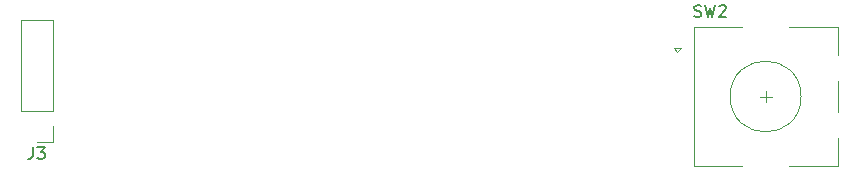
<source format=gbr>
G04 #@! TF.GenerationSoftware,KiCad,Pcbnew,(6.0.10)*
G04 #@! TF.CreationDate,2023-08-04T22:23:19-04:00*
G04 #@! TF.ProjectId,NugMacro-Keypad,4e75674d-6163-4726-9f2d-4b6579706164,rev?*
G04 #@! TF.SameCoordinates,Original*
G04 #@! TF.FileFunction,Legend,Top*
G04 #@! TF.FilePolarity,Positive*
%FSLAX46Y46*%
G04 Gerber Fmt 4.6, Leading zero omitted, Abs format (unit mm)*
G04 Created by KiCad (PCBNEW (6.0.10)) date 2023-08-04 22:23:19*
%MOMM*%
%LPD*%
G01*
G04 APERTURE LIST*
%ADD10C,0.150000*%
%ADD11C,0.120000*%
G04 APERTURE END LIST*
D10*
X77782666Y-58990761D02*
X77925523Y-59038380D01*
X78163619Y-59038380D01*
X78258857Y-58990761D01*
X78306476Y-58943142D01*
X78354095Y-58847904D01*
X78354095Y-58752666D01*
X78306476Y-58657428D01*
X78258857Y-58609809D01*
X78163619Y-58562190D01*
X77973142Y-58514571D01*
X77877904Y-58466952D01*
X77830285Y-58419333D01*
X77782666Y-58324095D01*
X77782666Y-58228857D01*
X77830285Y-58133619D01*
X77877904Y-58086000D01*
X77973142Y-58038380D01*
X78211238Y-58038380D01*
X78354095Y-58086000D01*
X78687428Y-58038380D02*
X78925523Y-59038380D01*
X79116000Y-58324095D01*
X79306476Y-59038380D01*
X79544571Y-58038380D01*
X79877904Y-58133619D02*
X79925523Y-58086000D01*
X80020761Y-58038380D01*
X80258857Y-58038380D01*
X80354095Y-58086000D01*
X80401714Y-58133619D01*
X80449333Y-58228857D01*
X80449333Y-58324095D01*
X80401714Y-58466952D01*
X79830285Y-59038380D01*
X80449333Y-59038380D01*
X21779847Y-70080315D02*
X21779847Y-70794601D01*
X21732228Y-70937458D01*
X21636990Y-71032696D01*
X21494133Y-71080315D01*
X21398895Y-71080315D01*
X22160800Y-70080315D02*
X22779847Y-70080315D01*
X22446514Y-70461268D01*
X22589371Y-70461268D01*
X22684609Y-70508887D01*
X22732228Y-70556506D01*
X22779847Y-70651744D01*
X22779847Y-70889839D01*
X22732228Y-70985077D01*
X22684609Y-71032696D01*
X22589371Y-71080315D01*
X22303657Y-71080315D01*
X22208419Y-71032696D01*
X22160800Y-70985077D01*
D11*
X86816000Y-65786000D02*
G75*
G03*
X86816000Y-65786000I-3000000J0D01*
G01*
X83316000Y-65786000D02*
X84316000Y-65786000D01*
X89916000Y-64486000D02*
X89916000Y-67086000D01*
X77716000Y-59886000D02*
X77716000Y-71686000D01*
X76016000Y-61686000D02*
X76616000Y-61686000D01*
X81816000Y-71686000D02*
X77716000Y-71686000D01*
X89916000Y-59886000D02*
X89916000Y-62286000D01*
X89916000Y-69286000D02*
X89916000Y-71686000D01*
X76616000Y-61686000D02*
X76316000Y-61986000D01*
X76316000Y-61986000D02*
X76016000Y-61686000D01*
X89916000Y-71686000D02*
X85816000Y-71686000D01*
X81816000Y-59886000D02*
X77716000Y-59886000D01*
X83816000Y-65286000D02*
X83816000Y-66286000D01*
X85816000Y-59886000D02*
X89916000Y-59886000D01*
X23443181Y-67027935D02*
X20783181Y-67027935D01*
X23443181Y-69627935D02*
X22113181Y-69627935D01*
X23443181Y-59347935D02*
X20783181Y-59347935D01*
X23443181Y-67027935D02*
X23443181Y-59347935D01*
X23443181Y-68297935D02*
X23443181Y-69627935D01*
X20783181Y-67027935D02*
X20783181Y-59347935D01*
M02*

</source>
